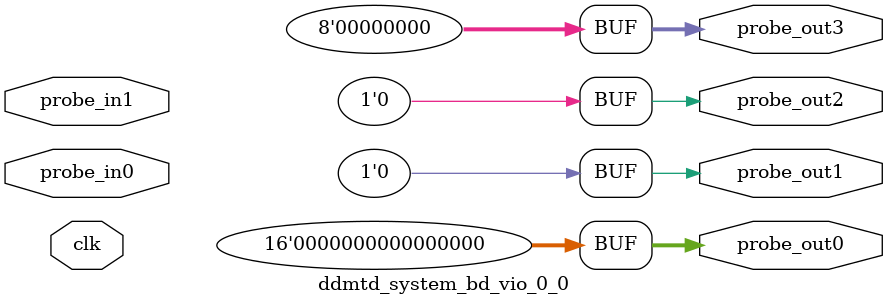
<source format=v>
`timescale 1ns / 1ps
module ddmtd_system_bd_vio_0_0 (
clk,
probe_in0,probe_in1,
probe_out0,
probe_out1,
probe_out2,
probe_out3
);

input clk;
input [15 : 0] probe_in0;
input [15 : 0] probe_in1;

output reg [15 : 0] probe_out0 = 'h0000 ;
output reg [0 : 0] probe_out1 = 'h0 ;
output reg [0 : 0] probe_out2 = 'h0 ;
output reg [7 : 0] probe_out3 = 'h00 ;


endmodule

</source>
